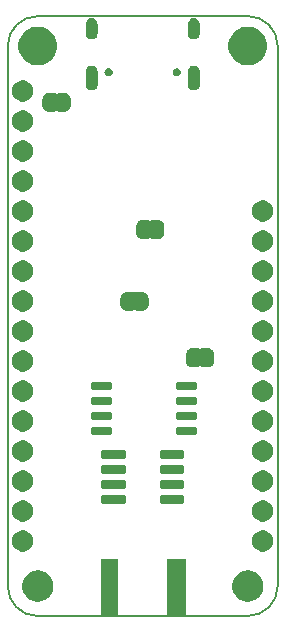
<source format=gbs>
G04 #@! TF.GenerationSoftware,KiCad,Pcbnew,(5.1.5)-2*
G04 #@! TF.CreationDate,2019-12-17T00:31:02+01:00*
G04 #@! TF.ProjectId,Penguino-Feather-4260-v1,50656e67-7569-46e6-9f2d-466561746865,1.1*
G04 #@! TF.SameCoordinates,Original*
G04 #@! TF.FileFunction,Soldermask,Bot*
G04 #@! TF.FilePolarity,Negative*
%FSLAX46Y46*%
G04 Gerber Fmt 4.6, Leading zero omitted, Abs format (unit mm)*
G04 Created by KiCad (PCBNEW (5.1.5)-2) date 2019-12-17 00:31:02*
%MOMM*%
%LPD*%
G04 APERTURE LIST*
%ADD10C,0.150000*%
%ADD11C,0.100000*%
G04 APERTURE END LIST*
D10*
X127000000Y-119380000D02*
G75*
G02X124460000Y-116840000I0J2540000D01*
G01*
X147320000Y-116840000D02*
G75*
G02X144780000Y-119380000I-2540000J0D01*
G01*
X144780000Y-68580000D02*
G75*
G02X147320000Y-71120000I0J-2540000D01*
G01*
X124460000Y-71120000D02*
G75*
G02X127000000Y-68580000I2540000J0D01*
G01*
X124460000Y-116840000D02*
X124460000Y-71120000D01*
X144780000Y-119380000D02*
X127000000Y-119380000D01*
X147320000Y-71120000D02*
X147320000Y-116840000D01*
X127000000Y-68580000D02*
X144780000Y-68580000D01*
D11*
G36*
X139516000Y-119391000D02*
G01*
X137914000Y-119391000D01*
X137914000Y-114589000D01*
X139516000Y-114589000D01*
X139516000Y-119391000D01*
G37*
G36*
X133791000Y-119391000D02*
G01*
X132339000Y-119391000D01*
X132339000Y-114589000D01*
X133791000Y-114589000D01*
X133791000Y-119391000D01*
G37*
G36*
X145037715Y-115544383D02*
G01*
X145165322Y-115569765D01*
X145306148Y-115628097D01*
X145405727Y-115669344D01*
X145405728Y-115669345D01*
X145622089Y-115813912D01*
X145806088Y-115997911D01*
X145902685Y-116142479D01*
X145950656Y-116214273D01*
X145991903Y-116313852D01*
X146050235Y-116454678D01*
X146101000Y-116709893D01*
X146101000Y-116970107D01*
X146050235Y-117225322D01*
X145991903Y-117366148D01*
X145950656Y-117465727D01*
X145950655Y-117465728D01*
X145806088Y-117682089D01*
X145622089Y-117866088D01*
X145477521Y-117962685D01*
X145405727Y-118010656D01*
X145306148Y-118051903D01*
X145165322Y-118110235D01*
X145037715Y-118135617D01*
X144910109Y-118161000D01*
X144649891Y-118161000D01*
X144522285Y-118135617D01*
X144394678Y-118110235D01*
X144253852Y-118051903D01*
X144154273Y-118010656D01*
X144082479Y-117962685D01*
X143937911Y-117866088D01*
X143753912Y-117682089D01*
X143609345Y-117465728D01*
X143609344Y-117465727D01*
X143568097Y-117366148D01*
X143509765Y-117225322D01*
X143459000Y-116970107D01*
X143459000Y-116709893D01*
X143509765Y-116454678D01*
X143568097Y-116313852D01*
X143609344Y-116214273D01*
X143657315Y-116142479D01*
X143753912Y-115997911D01*
X143937911Y-115813912D01*
X144154272Y-115669345D01*
X144154273Y-115669344D01*
X144253852Y-115628097D01*
X144394678Y-115569765D01*
X144522285Y-115544383D01*
X144649891Y-115519000D01*
X144910109Y-115519000D01*
X145037715Y-115544383D01*
G37*
G36*
X127257715Y-115544383D02*
G01*
X127385322Y-115569765D01*
X127526148Y-115628097D01*
X127625727Y-115669344D01*
X127625728Y-115669345D01*
X127842089Y-115813912D01*
X128026088Y-115997911D01*
X128122685Y-116142479D01*
X128170656Y-116214273D01*
X128211903Y-116313852D01*
X128270235Y-116454678D01*
X128321000Y-116709893D01*
X128321000Y-116970107D01*
X128270235Y-117225322D01*
X128211903Y-117366148D01*
X128170656Y-117465727D01*
X128170655Y-117465728D01*
X128026088Y-117682089D01*
X127842089Y-117866088D01*
X127697521Y-117962685D01*
X127625727Y-118010656D01*
X127526148Y-118051903D01*
X127385322Y-118110235D01*
X127257715Y-118135617D01*
X127130109Y-118161000D01*
X126869891Y-118161000D01*
X126742285Y-118135617D01*
X126614678Y-118110235D01*
X126473852Y-118051903D01*
X126374273Y-118010656D01*
X126302479Y-117962685D01*
X126157911Y-117866088D01*
X125973912Y-117682089D01*
X125829345Y-117465728D01*
X125829344Y-117465727D01*
X125788097Y-117366148D01*
X125729765Y-117225322D01*
X125679000Y-116970107D01*
X125679000Y-116709893D01*
X125729765Y-116454678D01*
X125788097Y-116313852D01*
X125829344Y-116214273D01*
X125877315Y-116142479D01*
X125973912Y-115997911D01*
X126157911Y-115813912D01*
X126374272Y-115669345D01*
X126374273Y-115669344D01*
X126473852Y-115628097D01*
X126614678Y-115569765D01*
X126742285Y-115544383D01*
X126869891Y-115519000D01*
X127130109Y-115519000D01*
X127257715Y-115544383D01*
G37*
G36*
X146163512Y-112133927D02*
G01*
X146312812Y-112163624D01*
X146476784Y-112231544D01*
X146624354Y-112330147D01*
X146749853Y-112455646D01*
X146848456Y-112603216D01*
X146916376Y-112767188D01*
X146951000Y-112941259D01*
X146951000Y-113118741D01*
X146916376Y-113292812D01*
X146848456Y-113456784D01*
X146749853Y-113604354D01*
X146624354Y-113729853D01*
X146476784Y-113828456D01*
X146312812Y-113896376D01*
X146163512Y-113926073D01*
X146138742Y-113931000D01*
X145961258Y-113931000D01*
X145936488Y-113926073D01*
X145787188Y-113896376D01*
X145623216Y-113828456D01*
X145475646Y-113729853D01*
X145350147Y-113604354D01*
X145251544Y-113456784D01*
X145183624Y-113292812D01*
X145149000Y-113118741D01*
X145149000Y-112941259D01*
X145183624Y-112767188D01*
X145251544Y-112603216D01*
X145350147Y-112455646D01*
X145475646Y-112330147D01*
X145623216Y-112231544D01*
X145787188Y-112163624D01*
X145936488Y-112133927D01*
X145961258Y-112129000D01*
X146138742Y-112129000D01*
X146163512Y-112133927D01*
G37*
G36*
X125843512Y-112133927D02*
G01*
X125992812Y-112163624D01*
X126156784Y-112231544D01*
X126304354Y-112330147D01*
X126429853Y-112455646D01*
X126528456Y-112603216D01*
X126596376Y-112767188D01*
X126631000Y-112941259D01*
X126631000Y-113118741D01*
X126596376Y-113292812D01*
X126528456Y-113456784D01*
X126429853Y-113604354D01*
X126304354Y-113729853D01*
X126156784Y-113828456D01*
X125992812Y-113896376D01*
X125843512Y-113926073D01*
X125818742Y-113931000D01*
X125641258Y-113931000D01*
X125616488Y-113926073D01*
X125467188Y-113896376D01*
X125303216Y-113828456D01*
X125155646Y-113729853D01*
X125030147Y-113604354D01*
X124931544Y-113456784D01*
X124863624Y-113292812D01*
X124829000Y-113118741D01*
X124829000Y-112941259D01*
X124863624Y-112767188D01*
X124931544Y-112603216D01*
X125030147Y-112455646D01*
X125155646Y-112330147D01*
X125303216Y-112231544D01*
X125467188Y-112163624D01*
X125616488Y-112133927D01*
X125641258Y-112129000D01*
X125818742Y-112129000D01*
X125843512Y-112133927D01*
G37*
G36*
X125843512Y-109593927D02*
G01*
X125992812Y-109623624D01*
X126156784Y-109691544D01*
X126304354Y-109790147D01*
X126429853Y-109915646D01*
X126528456Y-110063216D01*
X126596376Y-110227188D01*
X126631000Y-110401259D01*
X126631000Y-110578741D01*
X126596376Y-110752812D01*
X126528456Y-110916784D01*
X126429853Y-111064354D01*
X126304354Y-111189853D01*
X126156784Y-111288456D01*
X125992812Y-111356376D01*
X125843512Y-111386073D01*
X125818742Y-111391000D01*
X125641258Y-111391000D01*
X125616488Y-111386073D01*
X125467188Y-111356376D01*
X125303216Y-111288456D01*
X125155646Y-111189853D01*
X125030147Y-111064354D01*
X124931544Y-110916784D01*
X124863624Y-110752812D01*
X124829000Y-110578741D01*
X124829000Y-110401259D01*
X124863624Y-110227188D01*
X124931544Y-110063216D01*
X125030147Y-109915646D01*
X125155646Y-109790147D01*
X125303216Y-109691544D01*
X125467188Y-109623624D01*
X125616488Y-109593927D01*
X125641258Y-109589000D01*
X125818742Y-109589000D01*
X125843512Y-109593927D01*
G37*
G36*
X146163512Y-109593927D02*
G01*
X146312812Y-109623624D01*
X146476784Y-109691544D01*
X146624354Y-109790147D01*
X146749853Y-109915646D01*
X146848456Y-110063216D01*
X146916376Y-110227188D01*
X146951000Y-110401259D01*
X146951000Y-110578741D01*
X146916376Y-110752812D01*
X146848456Y-110916784D01*
X146749853Y-111064354D01*
X146624354Y-111189853D01*
X146476784Y-111288456D01*
X146312812Y-111356376D01*
X146163512Y-111386073D01*
X146138742Y-111391000D01*
X145961258Y-111391000D01*
X145936488Y-111386073D01*
X145787188Y-111356376D01*
X145623216Y-111288456D01*
X145475646Y-111189853D01*
X145350147Y-111064354D01*
X145251544Y-110916784D01*
X145183624Y-110752812D01*
X145149000Y-110578741D01*
X145149000Y-110401259D01*
X145183624Y-110227188D01*
X145251544Y-110063216D01*
X145350147Y-109915646D01*
X145475646Y-109790147D01*
X145623216Y-109691544D01*
X145787188Y-109623624D01*
X145936488Y-109593927D01*
X145961258Y-109589000D01*
X146138742Y-109589000D01*
X146163512Y-109593927D01*
G37*
G36*
X134349928Y-109156764D02*
G01*
X134371009Y-109163160D01*
X134390445Y-109173548D01*
X134407476Y-109187524D01*
X134421452Y-109204555D01*
X134431840Y-109223991D01*
X134438236Y-109245072D01*
X134441000Y-109273140D01*
X134441000Y-109736860D01*
X134438236Y-109764928D01*
X134431840Y-109786009D01*
X134421452Y-109805445D01*
X134407476Y-109822476D01*
X134390445Y-109836452D01*
X134371009Y-109846840D01*
X134349928Y-109853236D01*
X134321860Y-109856000D01*
X132508140Y-109856000D01*
X132480072Y-109853236D01*
X132458991Y-109846840D01*
X132439555Y-109836452D01*
X132422524Y-109822476D01*
X132408548Y-109805445D01*
X132398160Y-109786009D01*
X132391764Y-109764928D01*
X132389000Y-109736860D01*
X132389000Y-109273140D01*
X132391764Y-109245072D01*
X132398160Y-109223991D01*
X132408548Y-109204555D01*
X132422524Y-109187524D01*
X132439555Y-109173548D01*
X132458991Y-109163160D01*
X132480072Y-109156764D01*
X132508140Y-109154000D01*
X134321860Y-109154000D01*
X134349928Y-109156764D01*
G37*
G36*
X139299928Y-109156764D02*
G01*
X139321009Y-109163160D01*
X139340445Y-109173548D01*
X139357476Y-109187524D01*
X139371452Y-109204555D01*
X139381840Y-109223991D01*
X139388236Y-109245072D01*
X139391000Y-109273140D01*
X139391000Y-109736860D01*
X139388236Y-109764928D01*
X139381840Y-109786009D01*
X139371452Y-109805445D01*
X139357476Y-109822476D01*
X139340445Y-109836452D01*
X139321009Y-109846840D01*
X139299928Y-109853236D01*
X139271860Y-109856000D01*
X137458140Y-109856000D01*
X137430072Y-109853236D01*
X137408991Y-109846840D01*
X137389555Y-109836452D01*
X137372524Y-109822476D01*
X137358548Y-109805445D01*
X137348160Y-109786009D01*
X137341764Y-109764928D01*
X137339000Y-109736860D01*
X137339000Y-109273140D01*
X137341764Y-109245072D01*
X137348160Y-109223991D01*
X137358548Y-109204555D01*
X137372524Y-109187524D01*
X137389555Y-109173548D01*
X137408991Y-109163160D01*
X137430072Y-109156764D01*
X137458140Y-109154000D01*
X139271860Y-109154000D01*
X139299928Y-109156764D01*
G37*
G36*
X125843512Y-107053927D02*
G01*
X125992812Y-107083624D01*
X126156784Y-107151544D01*
X126304354Y-107250147D01*
X126429853Y-107375646D01*
X126528456Y-107523216D01*
X126596376Y-107687188D01*
X126631000Y-107861259D01*
X126631000Y-108038741D01*
X126596376Y-108212812D01*
X126528456Y-108376784D01*
X126429853Y-108524354D01*
X126304354Y-108649853D01*
X126156784Y-108748456D01*
X125992812Y-108816376D01*
X125843512Y-108846073D01*
X125818742Y-108851000D01*
X125641258Y-108851000D01*
X125616488Y-108846073D01*
X125467188Y-108816376D01*
X125303216Y-108748456D01*
X125155646Y-108649853D01*
X125030147Y-108524354D01*
X124931544Y-108376784D01*
X124863624Y-108212812D01*
X124829000Y-108038741D01*
X124829000Y-107861259D01*
X124863624Y-107687188D01*
X124931544Y-107523216D01*
X125030147Y-107375646D01*
X125155646Y-107250147D01*
X125303216Y-107151544D01*
X125467188Y-107083624D01*
X125616488Y-107053927D01*
X125641258Y-107049000D01*
X125818742Y-107049000D01*
X125843512Y-107053927D01*
G37*
G36*
X146163512Y-107053927D02*
G01*
X146312812Y-107083624D01*
X146476784Y-107151544D01*
X146624354Y-107250147D01*
X146749853Y-107375646D01*
X146848456Y-107523216D01*
X146916376Y-107687188D01*
X146951000Y-107861259D01*
X146951000Y-108038741D01*
X146916376Y-108212812D01*
X146848456Y-108376784D01*
X146749853Y-108524354D01*
X146624354Y-108649853D01*
X146476784Y-108748456D01*
X146312812Y-108816376D01*
X146163512Y-108846073D01*
X146138742Y-108851000D01*
X145961258Y-108851000D01*
X145936488Y-108846073D01*
X145787188Y-108816376D01*
X145623216Y-108748456D01*
X145475646Y-108649853D01*
X145350147Y-108524354D01*
X145251544Y-108376784D01*
X145183624Y-108212812D01*
X145149000Y-108038741D01*
X145149000Y-107861259D01*
X145183624Y-107687188D01*
X145251544Y-107523216D01*
X145350147Y-107375646D01*
X145475646Y-107250147D01*
X145623216Y-107151544D01*
X145787188Y-107083624D01*
X145936488Y-107053927D01*
X145961258Y-107049000D01*
X146138742Y-107049000D01*
X146163512Y-107053927D01*
G37*
G36*
X134349928Y-107886764D02*
G01*
X134371009Y-107893160D01*
X134390445Y-107903548D01*
X134407476Y-107917524D01*
X134421452Y-107934555D01*
X134431840Y-107953991D01*
X134438236Y-107975072D01*
X134441000Y-108003140D01*
X134441000Y-108466860D01*
X134438236Y-108494928D01*
X134431840Y-108516009D01*
X134421452Y-108535445D01*
X134407476Y-108552476D01*
X134390445Y-108566452D01*
X134371009Y-108576840D01*
X134349928Y-108583236D01*
X134321860Y-108586000D01*
X132508140Y-108586000D01*
X132480072Y-108583236D01*
X132458991Y-108576840D01*
X132439555Y-108566452D01*
X132422524Y-108552476D01*
X132408548Y-108535445D01*
X132398160Y-108516009D01*
X132391764Y-108494928D01*
X132389000Y-108466860D01*
X132389000Y-108003140D01*
X132391764Y-107975072D01*
X132398160Y-107953991D01*
X132408548Y-107934555D01*
X132422524Y-107917524D01*
X132439555Y-107903548D01*
X132458991Y-107893160D01*
X132480072Y-107886764D01*
X132508140Y-107884000D01*
X134321860Y-107884000D01*
X134349928Y-107886764D01*
G37*
G36*
X139299928Y-107886764D02*
G01*
X139321009Y-107893160D01*
X139340445Y-107903548D01*
X139357476Y-107917524D01*
X139371452Y-107934555D01*
X139381840Y-107953991D01*
X139388236Y-107975072D01*
X139391000Y-108003140D01*
X139391000Y-108466860D01*
X139388236Y-108494928D01*
X139381840Y-108516009D01*
X139371452Y-108535445D01*
X139357476Y-108552476D01*
X139340445Y-108566452D01*
X139321009Y-108576840D01*
X139299928Y-108583236D01*
X139271860Y-108586000D01*
X137458140Y-108586000D01*
X137430072Y-108583236D01*
X137408991Y-108576840D01*
X137389555Y-108566452D01*
X137372524Y-108552476D01*
X137358548Y-108535445D01*
X137348160Y-108516009D01*
X137341764Y-108494928D01*
X137339000Y-108466860D01*
X137339000Y-108003140D01*
X137341764Y-107975072D01*
X137348160Y-107953991D01*
X137358548Y-107934555D01*
X137372524Y-107917524D01*
X137389555Y-107903548D01*
X137408991Y-107893160D01*
X137430072Y-107886764D01*
X137458140Y-107884000D01*
X139271860Y-107884000D01*
X139299928Y-107886764D01*
G37*
G36*
X134349928Y-106616764D02*
G01*
X134371009Y-106623160D01*
X134390445Y-106633548D01*
X134407476Y-106647524D01*
X134421452Y-106664555D01*
X134431840Y-106683991D01*
X134438236Y-106705072D01*
X134441000Y-106733140D01*
X134441000Y-107196860D01*
X134438236Y-107224928D01*
X134431840Y-107246009D01*
X134421452Y-107265445D01*
X134407476Y-107282476D01*
X134390445Y-107296452D01*
X134371009Y-107306840D01*
X134349928Y-107313236D01*
X134321860Y-107316000D01*
X132508140Y-107316000D01*
X132480072Y-107313236D01*
X132458991Y-107306840D01*
X132439555Y-107296452D01*
X132422524Y-107282476D01*
X132408548Y-107265445D01*
X132398160Y-107246009D01*
X132391764Y-107224928D01*
X132389000Y-107196860D01*
X132389000Y-106733140D01*
X132391764Y-106705072D01*
X132398160Y-106683991D01*
X132408548Y-106664555D01*
X132422524Y-106647524D01*
X132439555Y-106633548D01*
X132458991Y-106623160D01*
X132480072Y-106616764D01*
X132508140Y-106614000D01*
X134321860Y-106614000D01*
X134349928Y-106616764D01*
G37*
G36*
X139299928Y-106616764D02*
G01*
X139321009Y-106623160D01*
X139340445Y-106633548D01*
X139357476Y-106647524D01*
X139371452Y-106664555D01*
X139381840Y-106683991D01*
X139388236Y-106705072D01*
X139391000Y-106733140D01*
X139391000Y-107196860D01*
X139388236Y-107224928D01*
X139381840Y-107246009D01*
X139371452Y-107265445D01*
X139357476Y-107282476D01*
X139340445Y-107296452D01*
X139321009Y-107306840D01*
X139299928Y-107313236D01*
X139271860Y-107316000D01*
X137458140Y-107316000D01*
X137430072Y-107313236D01*
X137408991Y-107306840D01*
X137389555Y-107296452D01*
X137372524Y-107282476D01*
X137358548Y-107265445D01*
X137348160Y-107246009D01*
X137341764Y-107224928D01*
X137339000Y-107196860D01*
X137339000Y-106733140D01*
X137341764Y-106705072D01*
X137348160Y-106683991D01*
X137358548Y-106664555D01*
X137372524Y-106647524D01*
X137389555Y-106633548D01*
X137408991Y-106623160D01*
X137430072Y-106616764D01*
X137458140Y-106614000D01*
X139271860Y-106614000D01*
X139299928Y-106616764D01*
G37*
G36*
X125843512Y-104513927D02*
G01*
X125992812Y-104543624D01*
X126156784Y-104611544D01*
X126304354Y-104710147D01*
X126429853Y-104835646D01*
X126528456Y-104983216D01*
X126596376Y-105147188D01*
X126631000Y-105321259D01*
X126631000Y-105498741D01*
X126596376Y-105672812D01*
X126528456Y-105836784D01*
X126429853Y-105984354D01*
X126304354Y-106109853D01*
X126156784Y-106208456D01*
X125992812Y-106276376D01*
X125843512Y-106306073D01*
X125818742Y-106311000D01*
X125641258Y-106311000D01*
X125616488Y-106306073D01*
X125467188Y-106276376D01*
X125303216Y-106208456D01*
X125155646Y-106109853D01*
X125030147Y-105984354D01*
X124931544Y-105836784D01*
X124863624Y-105672812D01*
X124829000Y-105498741D01*
X124829000Y-105321259D01*
X124863624Y-105147188D01*
X124931544Y-104983216D01*
X125030147Y-104835646D01*
X125155646Y-104710147D01*
X125303216Y-104611544D01*
X125467188Y-104543624D01*
X125616488Y-104513927D01*
X125641258Y-104509000D01*
X125818742Y-104509000D01*
X125843512Y-104513927D01*
G37*
G36*
X146163512Y-104513927D02*
G01*
X146312812Y-104543624D01*
X146476784Y-104611544D01*
X146624354Y-104710147D01*
X146749853Y-104835646D01*
X146848456Y-104983216D01*
X146916376Y-105147188D01*
X146951000Y-105321259D01*
X146951000Y-105498741D01*
X146916376Y-105672812D01*
X146848456Y-105836784D01*
X146749853Y-105984354D01*
X146624354Y-106109853D01*
X146476784Y-106208456D01*
X146312812Y-106276376D01*
X146163512Y-106306073D01*
X146138742Y-106311000D01*
X145961258Y-106311000D01*
X145936488Y-106306073D01*
X145787188Y-106276376D01*
X145623216Y-106208456D01*
X145475646Y-106109853D01*
X145350147Y-105984354D01*
X145251544Y-105836784D01*
X145183624Y-105672812D01*
X145149000Y-105498741D01*
X145149000Y-105321259D01*
X145183624Y-105147188D01*
X145251544Y-104983216D01*
X145350147Y-104835646D01*
X145475646Y-104710147D01*
X145623216Y-104611544D01*
X145787188Y-104543624D01*
X145936488Y-104513927D01*
X145961258Y-104509000D01*
X146138742Y-104509000D01*
X146163512Y-104513927D01*
G37*
G36*
X139299928Y-105346764D02*
G01*
X139321009Y-105353160D01*
X139340445Y-105363548D01*
X139357476Y-105377524D01*
X139371452Y-105394555D01*
X139381840Y-105413991D01*
X139388236Y-105435072D01*
X139391000Y-105463140D01*
X139391000Y-105926860D01*
X139388236Y-105954928D01*
X139381840Y-105976009D01*
X139371452Y-105995445D01*
X139357476Y-106012476D01*
X139340445Y-106026452D01*
X139321009Y-106036840D01*
X139299928Y-106043236D01*
X139271860Y-106046000D01*
X137458140Y-106046000D01*
X137430072Y-106043236D01*
X137408991Y-106036840D01*
X137389555Y-106026452D01*
X137372524Y-106012476D01*
X137358548Y-105995445D01*
X137348160Y-105976009D01*
X137341764Y-105954928D01*
X137339000Y-105926860D01*
X137339000Y-105463140D01*
X137341764Y-105435072D01*
X137348160Y-105413991D01*
X137358548Y-105394555D01*
X137372524Y-105377524D01*
X137389555Y-105363548D01*
X137408991Y-105353160D01*
X137430072Y-105346764D01*
X137458140Y-105344000D01*
X139271860Y-105344000D01*
X139299928Y-105346764D01*
G37*
G36*
X134349928Y-105346764D02*
G01*
X134371009Y-105353160D01*
X134390445Y-105363548D01*
X134407476Y-105377524D01*
X134421452Y-105394555D01*
X134431840Y-105413991D01*
X134438236Y-105435072D01*
X134441000Y-105463140D01*
X134441000Y-105926860D01*
X134438236Y-105954928D01*
X134431840Y-105976009D01*
X134421452Y-105995445D01*
X134407476Y-106012476D01*
X134390445Y-106026452D01*
X134371009Y-106036840D01*
X134349928Y-106043236D01*
X134321860Y-106046000D01*
X132508140Y-106046000D01*
X132480072Y-106043236D01*
X132458991Y-106036840D01*
X132439555Y-106026452D01*
X132422524Y-106012476D01*
X132408548Y-105995445D01*
X132398160Y-105976009D01*
X132391764Y-105954928D01*
X132389000Y-105926860D01*
X132389000Y-105463140D01*
X132391764Y-105435072D01*
X132398160Y-105413991D01*
X132408548Y-105394555D01*
X132422524Y-105377524D01*
X132439555Y-105363548D01*
X132458991Y-105353160D01*
X132480072Y-105346764D01*
X132508140Y-105344000D01*
X134321860Y-105344000D01*
X134349928Y-105346764D01*
G37*
G36*
X140359928Y-103356764D02*
G01*
X140381009Y-103363160D01*
X140400445Y-103373548D01*
X140417476Y-103387524D01*
X140431452Y-103404555D01*
X140441840Y-103423991D01*
X140448236Y-103445072D01*
X140451000Y-103473140D01*
X140451000Y-103936860D01*
X140448236Y-103964928D01*
X140441840Y-103986009D01*
X140431452Y-104005445D01*
X140417476Y-104022476D01*
X140400445Y-104036452D01*
X140381009Y-104046840D01*
X140359928Y-104053236D01*
X140331860Y-104056000D01*
X138868140Y-104056000D01*
X138840072Y-104053236D01*
X138818991Y-104046840D01*
X138799555Y-104036452D01*
X138782524Y-104022476D01*
X138768548Y-104005445D01*
X138758160Y-103986009D01*
X138751764Y-103964928D01*
X138749000Y-103936860D01*
X138749000Y-103473140D01*
X138751764Y-103445072D01*
X138758160Y-103423991D01*
X138768548Y-103404555D01*
X138782524Y-103387524D01*
X138799555Y-103373548D01*
X138818991Y-103363160D01*
X138840072Y-103356764D01*
X138868140Y-103354000D01*
X140331860Y-103354000D01*
X140359928Y-103356764D01*
G37*
G36*
X133159928Y-103356764D02*
G01*
X133181009Y-103363160D01*
X133200445Y-103373548D01*
X133217476Y-103387524D01*
X133231452Y-103404555D01*
X133241840Y-103423991D01*
X133248236Y-103445072D01*
X133251000Y-103473140D01*
X133251000Y-103936860D01*
X133248236Y-103964928D01*
X133241840Y-103986009D01*
X133231452Y-104005445D01*
X133217476Y-104022476D01*
X133200445Y-104036452D01*
X133181009Y-104046840D01*
X133159928Y-104053236D01*
X133131860Y-104056000D01*
X131668140Y-104056000D01*
X131640072Y-104053236D01*
X131618991Y-104046840D01*
X131599555Y-104036452D01*
X131582524Y-104022476D01*
X131568548Y-104005445D01*
X131558160Y-103986009D01*
X131551764Y-103964928D01*
X131549000Y-103936860D01*
X131549000Y-103473140D01*
X131551764Y-103445072D01*
X131558160Y-103423991D01*
X131568548Y-103404555D01*
X131582524Y-103387524D01*
X131599555Y-103373548D01*
X131618991Y-103363160D01*
X131640072Y-103356764D01*
X131668140Y-103354000D01*
X133131860Y-103354000D01*
X133159928Y-103356764D01*
G37*
G36*
X125843512Y-101973927D02*
G01*
X125992812Y-102003624D01*
X126156784Y-102071544D01*
X126304354Y-102170147D01*
X126429853Y-102295646D01*
X126528456Y-102443216D01*
X126596376Y-102607188D01*
X126631000Y-102781259D01*
X126631000Y-102958741D01*
X126596376Y-103132812D01*
X126528456Y-103296784D01*
X126429853Y-103444354D01*
X126304354Y-103569853D01*
X126156784Y-103668456D01*
X125992812Y-103736376D01*
X125843512Y-103766073D01*
X125818742Y-103771000D01*
X125641258Y-103771000D01*
X125616488Y-103766073D01*
X125467188Y-103736376D01*
X125303216Y-103668456D01*
X125155646Y-103569853D01*
X125030147Y-103444354D01*
X124931544Y-103296784D01*
X124863624Y-103132812D01*
X124829000Y-102958741D01*
X124829000Y-102781259D01*
X124863624Y-102607188D01*
X124931544Y-102443216D01*
X125030147Y-102295646D01*
X125155646Y-102170147D01*
X125303216Y-102071544D01*
X125467188Y-102003624D01*
X125616488Y-101973927D01*
X125641258Y-101969000D01*
X125818742Y-101969000D01*
X125843512Y-101973927D01*
G37*
G36*
X146163512Y-101973927D02*
G01*
X146312812Y-102003624D01*
X146476784Y-102071544D01*
X146624354Y-102170147D01*
X146749853Y-102295646D01*
X146848456Y-102443216D01*
X146916376Y-102607188D01*
X146951000Y-102781259D01*
X146951000Y-102958741D01*
X146916376Y-103132812D01*
X146848456Y-103296784D01*
X146749853Y-103444354D01*
X146624354Y-103569853D01*
X146476784Y-103668456D01*
X146312812Y-103736376D01*
X146163512Y-103766073D01*
X146138742Y-103771000D01*
X145961258Y-103771000D01*
X145936488Y-103766073D01*
X145787188Y-103736376D01*
X145623216Y-103668456D01*
X145475646Y-103569853D01*
X145350147Y-103444354D01*
X145251544Y-103296784D01*
X145183624Y-103132812D01*
X145149000Y-102958741D01*
X145149000Y-102781259D01*
X145183624Y-102607188D01*
X145251544Y-102443216D01*
X145350147Y-102295646D01*
X145475646Y-102170147D01*
X145623216Y-102071544D01*
X145787188Y-102003624D01*
X145936488Y-101973927D01*
X145961258Y-101969000D01*
X146138742Y-101969000D01*
X146163512Y-101973927D01*
G37*
G36*
X133159928Y-102086764D02*
G01*
X133181009Y-102093160D01*
X133200445Y-102103548D01*
X133217476Y-102117524D01*
X133231452Y-102134555D01*
X133241840Y-102153991D01*
X133248236Y-102175072D01*
X133251000Y-102203140D01*
X133251000Y-102666860D01*
X133248236Y-102694928D01*
X133241840Y-102716009D01*
X133231452Y-102735445D01*
X133217476Y-102752476D01*
X133200445Y-102766452D01*
X133181009Y-102776840D01*
X133159928Y-102783236D01*
X133131860Y-102786000D01*
X131668140Y-102786000D01*
X131640072Y-102783236D01*
X131618991Y-102776840D01*
X131599555Y-102766452D01*
X131582524Y-102752476D01*
X131568548Y-102735445D01*
X131558160Y-102716009D01*
X131551764Y-102694928D01*
X131549000Y-102666860D01*
X131549000Y-102203140D01*
X131551764Y-102175072D01*
X131558160Y-102153991D01*
X131568548Y-102134555D01*
X131582524Y-102117524D01*
X131599555Y-102103548D01*
X131618991Y-102093160D01*
X131640072Y-102086764D01*
X131668140Y-102084000D01*
X133131860Y-102084000D01*
X133159928Y-102086764D01*
G37*
G36*
X140359928Y-102086764D02*
G01*
X140381009Y-102093160D01*
X140400445Y-102103548D01*
X140417476Y-102117524D01*
X140431452Y-102134555D01*
X140441840Y-102153991D01*
X140448236Y-102175072D01*
X140451000Y-102203140D01*
X140451000Y-102666860D01*
X140448236Y-102694928D01*
X140441840Y-102716009D01*
X140431452Y-102735445D01*
X140417476Y-102752476D01*
X140400445Y-102766452D01*
X140381009Y-102776840D01*
X140359928Y-102783236D01*
X140331860Y-102786000D01*
X138868140Y-102786000D01*
X138840072Y-102783236D01*
X138818991Y-102776840D01*
X138799555Y-102766452D01*
X138782524Y-102752476D01*
X138768548Y-102735445D01*
X138758160Y-102716009D01*
X138751764Y-102694928D01*
X138749000Y-102666860D01*
X138749000Y-102203140D01*
X138751764Y-102175072D01*
X138758160Y-102153991D01*
X138768548Y-102134555D01*
X138782524Y-102117524D01*
X138799555Y-102103548D01*
X138818991Y-102093160D01*
X138840072Y-102086764D01*
X138868140Y-102084000D01*
X140331860Y-102084000D01*
X140359928Y-102086764D01*
G37*
G36*
X140359928Y-100816764D02*
G01*
X140381009Y-100823160D01*
X140400445Y-100833548D01*
X140417476Y-100847524D01*
X140431452Y-100864555D01*
X140441840Y-100883991D01*
X140448236Y-100905072D01*
X140451000Y-100933140D01*
X140451000Y-101396860D01*
X140448236Y-101424928D01*
X140441840Y-101446009D01*
X140431452Y-101465445D01*
X140417476Y-101482476D01*
X140400445Y-101496452D01*
X140381009Y-101506840D01*
X140359928Y-101513236D01*
X140331860Y-101516000D01*
X138868140Y-101516000D01*
X138840072Y-101513236D01*
X138818991Y-101506840D01*
X138799555Y-101496452D01*
X138782524Y-101482476D01*
X138768548Y-101465445D01*
X138758160Y-101446009D01*
X138751764Y-101424928D01*
X138749000Y-101396860D01*
X138749000Y-100933140D01*
X138751764Y-100905072D01*
X138758160Y-100883991D01*
X138768548Y-100864555D01*
X138782524Y-100847524D01*
X138799555Y-100833548D01*
X138818991Y-100823160D01*
X138840072Y-100816764D01*
X138868140Y-100814000D01*
X140331860Y-100814000D01*
X140359928Y-100816764D01*
G37*
G36*
X133159928Y-100816764D02*
G01*
X133181009Y-100823160D01*
X133200445Y-100833548D01*
X133217476Y-100847524D01*
X133231452Y-100864555D01*
X133241840Y-100883991D01*
X133248236Y-100905072D01*
X133251000Y-100933140D01*
X133251000Y-101396860D01*
X133248236Y-101424928D01*
X133241840Y-101446009D01*
X133231452Y-101465445D01*
X133217476Y-101482476D01*
X133200445Y-101496452D01*
X133181009Y-101506840D01*
X133159928Y-101513236D01*
X133131860Y-101516000D01*
X131668140Y-101516000D01*
X131640072Y-101513236D01*
X131618991Y-101506840D01*
X131599555Y-101496452D01*
X131582524Y-101482476D01*
X131568548Y-101465445D01*
X131558160Y-101446009D01*
X131551764Y-101424928D01*
X131549000Y-101396860D01*
X131549000Y-100933140D01*
X131551764Y-100905072D01*
X131558160Y-100883991D01*
X131568548Y-100864555D01*
X131582524Y-100847524D01*
X131599555Y-100833548D01*
X131618991Y-100823160D01*
X131640072Y-100816764D01*
X131668140Y-100814000D01*
X133131860Y-100814000D01*
X133159928Y-100816764D01*
G37*
G36*
X125843512Y-99433927D02*
G01*
X125992812Y-99463624D01*
X126156784Y-99531544D01*
X126304354Y-99630147D01*
X126429853Y-99755646D01*
X126528456Y-99903216D01*
X126596376Y-100067188D01*
X126631000Y-100241259D01*
X126631000Y-100418741D01*
X126596376Y-100592812D01*
X126528456Y-100756784D01*
X126429853Y-100904354D01*
X126304354Y-101029853D01*
X126156784Y-101128456D01*
X125992812Y-101196376D01*
X125843512Y-101226073D01*
X125818742Y-101231000D01*
X125641258Y-101231000D01*
X125616488Y-101226073D01*
X125467188Y-101196376D01*
X125303216Y-101128456D01*
X125155646Y-101029853D01*
X125030147Y-100904354D01*
X124931544Y-100756784D01*
X124863624Y-100592812D01*
X124829000Y-100418741D01*
X124829000Y-100241259D01*
X124863624Y-100067188D01*
X124931544Y-99903216D01*
X125030147Y-99755646D01*
X125155646Y-99630147D01*
X125303216Y-99531544D01*
X125467188Y-99463624D01*
X125616488Y-99433927D01*
X125641258Y-99429000D01*
X125818742Y-99429000D01*
X125843512Y-99433927D01*
G37*
G36*
X146163512Y-99433927D02*
G01*
X146312812Y-99463624D01*
X146476784Y-99531544D01*
X146624354Y-99630147D01*
X146749853Y-99755646D01*
X146848456Y-99903216D01*
X146916376Y-100067188D01*
X146951000Y-100241259D01*
X146951000Y-100418741D01*
X146916376Y-100592812D01*
X146848456Y-100756784D01*
X146749853Y-100904354D01*
X146624354Y-101029853D01*
X146476784Y-101128456D01*
X146312812Y-101196376D01*
X146163512Y-101226073D01*
X146138742Y-101231000D01*
X145961258Y-101231000D01*
X145936488Y-101226073D01*
X145787188Y-101196376D01*
X145623216Y-101128456D01*
X145475646Y-101029853D01*
X145350147Y-100904354D01*
X145251544Y-100756784D01*
X145183624Y-100592812D01*
X145149000Y-100418741D01*
X145149000Y-100241259D01*
X145183624Y-100067188D01*
X145251544Y-99903216D01*
X145350147Y-99755646D01*
X145475646Y-99630147D01*
X145623216Y-99531544D01*
X145787188Y-99463624D01*
X145936488Y-99433927D01*
X145961258Y-99429000D01*
X146138742Y-99429000D01*
X146163512Y-99433927D01*
G37*
G36*
X140359928Y-99546764D02*
G01*
X140381009Y-99553160D01*
X140400445Y-99563548D01*
X140417476Y-99577524D01*
X140431452Y-99594555D01*
X140441840Y-99613991D01*
X140448236Y-99635072D01*
X140451000Y-99663140D01*
X140451000Y-100126860D01*
X140448236Y-100154928D01*
X140441840Y-100176009D01*
X140431452Y-100195445D01*
X140417476Y-100212476D01*
X140400445Y-100226452D01*
X140381009Y-100236840D01*
X140359928Y-100243236D01*
X140331860Y-100246000D01*
X138868140Y-100246000D01*
X138840072Y-100243236D01*
X138818991Y-100236840D01*
X138799555Y-100226452D01*
X138782524Y-100212476D01*
X138768548Y-100195445D01*
X138758160Y-100176009D01*
X138751764Y-100154928D01*
X138749000Y-100126860D01*
X138749000Y-99663140D01*
X138751764Y-99635072D01*
X138758160Y-99613991D01*
X138768548Y-99594555D01*
X138782524Y-99577524D01*
X138799555Y-99563548D01*
X138818991Y-99553160D01*
X138840072Y-99546764D01*
X138868140Y-99544000D01*
X140331860Y-99544000D01*
X140359928Y-99546764D01*
G37*
G36*
X133159928Y-99546764D02*
G01*
X133181009Y-99553160D01*
X133200445Y-99563548D01*
X133217476Y-99577524D01*
X133231452Y-99594555D01*
X133241840Y-99613991D01*
X133248236Y-99635072D01*
X133251000Y-99663140D01*
X133251000Y-100126860D01*
X133248236Y-100154928D01*
X133241840Y-100176009D01*
X133231452Y-100195445D01*
X133217476Y-100212476D01*
X133200445Y-100226452D01*
X133181009Y-100236840D01*
X133159928Y-100243236D01*
X133131860Y-100246000D01*
X131668140Y-100246000D01*
X131640072Y-100243236D01*
X131618991Y-100236840D01*
X131599555Y-100226452D01*
X131582524Y-100212476D01*
X131568548Y-100195445D01*
X131558160Y-100176009D01*
X131551764Y-100154928D01*
X131549000Y-100126860D01*
X131549000Y-99663140D01*
X131551764Y-99635072D01*
X131558160Y-99613991D01*
X131568548Y-99594555D01*
X131582524Y-99577524D01*
X131599555Y-99563548D01*
X131618991Y-99553160D01*
X131640072Y-99546764D01*
X131668140Y-99544000D01*
X133131860Y-99544000D01*
X133159928Y-99546764D01*
G37*
G36*
X125832798Y-96891796D02*
G01*
X125992812Y-96923624D01*
X126156784Y-96991544D01*
X126304354Y-97090147D01*
X126429853Y-97215646D01*
X126528456Y-97363216D01*
X126596376Y-97527188D01*
X126631000Y-97701259D01*
X126631000Y-97878741D01*
X126596376Y-98052812D01*
X126528456Y-98216784D01*
X126429853Y-98364354D01*
X126304354Y-98489853D01*
X126156784Y-98588456D01*
X125992812Y-98656376D01*
X125843512Y-98686073D01*
X125818742Y-98691000D01*
X125641258Y-98691000D01*
X125616488Y-98686073D01*
X125467188Y-98656376D01*
X125303216Y-98588456D01*
X125155646Y-98489853D01*
X125030147Y-98364354D01*
X124931544Y-98216784D01*
X124863624Y-98052812D01*
X124829000Y-97878741D01*
X124829000Y-97701259D01*
X124863624Y-97527188D01*
X124931544Y-97363216D01*
X125030147Y-97215646D01*
X125155646Y-97090147D01*
X125303216Y-96991544D01*
X125467188Y-96923624D01*
X125627202Y-96891796D01*
X125641258Y-96889000D01*
X125818742Y-96889000D01*
X125832798Y-96891796D01*
G37*
G36*
X146152798Y-96891796D02*
G01*
X146312812Y-96923624D01*
X146476784Y-96991544D01*
X146624354Y-97090147D01*
X146749853Y-97215646D01*
X146848456Y-97363216D01*
X146916376Y-97527188D01*
X146951000Y-97701259D01*
X146951000Y-97878741D01*
X146916376Y-98052812D01*
X146848456Y-98216784D01*
X146749853Y-98364354D01*
X146624354Y-98489853D01*
X146476784Y-98588456D01*
X146312812Y-98656376D01*
X146163512Y-98686073D01*
X146138742Y-98691000D01*
X145961258Y-98691000D01*
X145936488Y-98686073D01*
X145787188Y-98656376D01*
X145623216Y-98588456D01*
X145475646Y-98489853D01*
X145350147Y-98364354D01*
X145251544Y-98216784D01*
X145183624Y-98052812D01*
X145149000Y-97878741D01*
X145149000Y-97701259D01*
X145183624Y-97527188D01*
X145251544Y-97363216D01*
X145350147Y-97215646D01*
X145475646Y-97090147D01*
X145623216Y-96991544D01*
X145787188Y-96923624D01*
X145947202Y-96891796D01*
X145961258Y-96889000D01*
X146138742Y-96889000D01*
X146152798Y-96891796D01*
G37*
G36*
X140609999Y-96699737D02*
G01*
X140619608Y-96702652D01*
X140628472Y-96707390D01*
X140636237Y-96713763D01*
X140646448Y-96726206D01*
X140653378Y-96736575D01*
X140670705Y-96753902D01*
X140691080Y-96767515D01*
X140713720Y-96776891D01*
X140737753Y-96781671D01*
X140762257Y-96781670D01*
X140786290Y-96776888D01*
X140808929Y-96767510D01*
X140829302Y-96753895D01*
X140846629Y-96736568D01*
X140853558Y-96726198D01*
X140863763Y-96713763D01*
X140871528Y-96707390D01*
X140880392Y-96702652D01*
X140890001Y-96699737D01*
X140906140Y-96698148D01*
X141393861Y-96698148D01*
X141412199Y-96699954D01*
X141424450Y-96700556D01*
X141442869Y-96700556D01*
X141465149Y-96702750D01*
X141549233Y-96719476D01*
X141570660Y-96725976D01*
X141649858Y-96758780D01*
X141655303Y-96761691D01*
X141655309Y-96761693D01*
X141664169Y-96766429D01*
X141664173Y-96766432D01*
X141669614Y-96769340D01*
X141740899Y-96816971D01*
X141758204Y-96831172D01*
X141818828Y-96891796D01*
X141833029Y-96909101D01*
X141880660Y-96980386D01*
X141883568Y-96985827D01*
X141883571Y-96985831D01*
X141888307Y-96994691D01*
X141888309Y-96994697D01*
X141891220Y-97000142D01*
X141924024Y-97079340D01*
X141930524Y-97100767D01*
X141947250Y-97184851D01*
X141949444Y-97207131D01*
X141949444Y-97225550D01*
X141950046Y-97237801D01*
X141951852Y-97256139D01*
X141951852Y-97743862D01*
X141950046Y-97762199D01*
X141949444Y-97774450D01*
X141949444Y-97792869D01*
X141947250Y-97815149D01*
X141930524Y-97899233D01*
X141924024Y-97920660D01*
X141891220Y-97999858D01*
X141888309Y-98005303D01*
X141888307Y-98005309D01*
X141883571Y-98014169D01*
X141883568Y-98014173D01*
X141880660Y-98019614D01*
X141833029Y-98090899D01*
X141818828Y-98108204D01*
X141758204Y-98168828D01*
X141740899Y-98183029D01*
X141669614Y-98230660D01*
X141664173Y-98233568D01*
X141664169Y-98233571D01*
X141655309Y-98238307D01*
X141655303Y-98238309D01*
X141649858Y-98241220D01*
X141570660Y-98274024D01*
X141549233Y-98280524D01*
X141465149Y-98297250D01*
X141442869Y-98299444D01*
X141424450Y-98299444D01*
X141412199Y-98300046D01*
X141393862Y-98301852D01*
X140906140Y-98301852D01*
X140890001Y-98300263D01*
X140880392Y-98297348D01*
X140871528Y-98292610D01*
X140863763Y-98286237D01*
X140853552Y-98273794D01*
X140846622Y-98263425D01*
X140829295Y-98246098D01*
X140808920Y-98232485D01*
X140786280Y-98223109D01*
X140762247Y-98218329D01*
X140737743Y-98218330D01*
X140713710Y-98223112D01*
X140691071Y-98232490D01*
X140670698Y-98246105D01*
X140653371Y-98263432D01*
X140646442Y-98273802D01*
X140636237Y-98286237D01*
X140628472Y-98292610D01*
X140619608Y-98297348D01*
X140609999Y-98300263D01*
X140593860Y-98301852D01*
X140106138Y-98301852D01*
X140087801Y-98300046D01*
X140075550Y-98299444D01*
X140057131Y-98299444D01*
X140034851Y-98297250D01*
X139950767Y-98280524D01*
X139929340Y-98274024D01*
X139850142Y-98241220D01*
X139844697Y-98238309D01*
X139844691Y-98238307D01*
X139835831Y-98233571D01*
X139835827Y-98233568D01*
X139830386Y-98230660D01*
X139759101Y-98183029D01*
X139741796Y-98168828D01*
X139681172Y-98108204D01*
X139666971Y-98090899D01*
X139619340Y-98019614D01*
X139616432Y-98014173D01*
X139616429Y-98014169D01*
X139611693Y-98005309D01*
X139611691Y-98005303D01*
X139608780Y-97999858D01*
X139575976Y-97920660D01*
X139569476Y-97899233D01*
X139552750Y-97815149D01*
X139550556Y-97792869D01*
X139550556Y-97774450D01*
X139549954Y-97762199D01*
X139548148Y-97743862D01*
X139548148Y-97256139D01*
X139549954Y-97237801D01*
X139550556Y-97225550D01*
X139550556Y-97207131D01*
X139552750Y-97184851D01*
X139569476Y-97100767D01*
X139575976Y-97079340D01*
X139608780Y-97000142D01*
X139611691Y-96994697D01*
X139611693Y-96994691D01*
X139616429Y-96985831D01*
X139616432Y-96985827D01*
X139619340Y-96980386D01*
X139666971Y-96909101D01*
X139681172Y-96891796D01*
X139741796Y-96831172D01*
X139759101Y-96816971D01*
X139830386Y-96769340D01*
X139835827Y-96766432D01*
X139835831Y-96766429D01*
X139844691Y-96761693D01*
X139844697Y-96761691D01*
X139850142Y-96758780D01*
X139929340Y-96725976D01*
X139950767Y-96719476D01*
X140034851Y-96702750D01*
X140057131Y-96700556D01*
X140075550Y-96700556D01*
X140087801Y-96699954D01*
X140106139Y-96698148D01*
X140593860Y-96698148D01*
X140609999Y-96699737D01*
G37*
G36*
X146163512Y-94353927D02*
G01*
X146312812Y-94383624D01*
X146476784Y-94451544D01*
X146624354Y-94550147D01*
X146749853Y-94675646D01*
X146848456Y-94823216D01*
X146916376Y-94987188D01*
X146951000Y-95161259D01*
X146951000Y-95338741D01*
X146916376Y-95512812D01*
X146848456Y-95676784D01*
X146749853Y-95824354D01*
X146624354Y-95949853D01*
X146476784Y-96048456D01*
X146312812Y-96116376D01*
X146163512Y-96146073D01*
X146138742Y-96151000D01*
X145961258Y-96151000D01*
X145936488Y-96146073D01*
X145787188Y-96116376D01*
X145623216Y-96048456D01*
X145475646Y-95949853D01*
X145350147Y-95824354D01*
X145251544Y-95676784D01*
X145183624Y-95512812D01*
X145149000Y-95338741D01*
X145149000Y-95161259D01*
X145183624Y-94987188D01*
X145251544Y-94823216D01*
X145350147Y-94675646D01*
X145475646Y-94550147D01*
X145623216Y-94451544D01*
X145787188Y-94383624D01*
X145936488Y-94353927D01*
X145961258Y-94349000D01*
X146138742Y-94349000D01*
X146163512Y-94353927D01*
G37*
G36*
X125843512Y-94353927D02*
G01*
X125992812Y-94383624D01*
X126156784Y-94451544D01*
X126304354Y-94550147D01*
X126429853Y-94675646D01*
X126528456Y-94823216D01*
X126596376Y-94987188D01*
X126631000Y-95161259D01*
X126631000Y-95338741D01*
X126596376Y-95512812D01*
X126528456Y-95676784D01*
X126429853Y-95824354D01*
X126304354Y-95949853D01*
X126156784Y-96048456D01*
X125992812Y-96116376D01*
X125843512Y-96146073D01*
X125818742Y-96151000D01*
X125641258Y-96151000D01*
X125616488Y-96146073D01*
X125467188Y-96116376D01*
X125303216Y-96048456D01*
X125155646Y-95949853D01*
X125030147Y-95824354D01*
X124931544Y-95676784D01*
X124863624Y-95512812D01*
X124829000Y-95338741D01*
X124829000Y-95161259D01*
X124863624Y-94987188D01*
X124931544Y-94823216D01*
X125030147Y-94675646D01*
X125155646Y-94550147D01*
X125303216Y-94451544D01*
X125467188Y-94383624D01*
X125616488Y-94353927D01*
X125641258Y-94349000D01*
X125818742Y-94349000D01*
X125843512Y-94353927D01*
G37*
G36*
X125843512Y-91813927D02*
G01*
X125992812Y-91843624D01*
X126156784Y-91911544D01*
X126304354Y-92010147D01*
X126429853Y-92135646D01*
X126528456Y-92283216D01*
X126596376Y-92447188D01*
X126631000Y-92621259D01*
X126631000Y-92798741D01*
X126596376Y-92972812D01*
X126528456Y-93136784D01*
X126429853Y-93284354D01*
X126304354Y-93409853D01*
X126156784Y-93508456D01*
X125992812Y-93576376D01*
X125843512Y-93606073D01*
X125818742Y-93611000D01*
X125641258Y-93611000D01*
X125616488Y-93606073D01*
X125467188Y-93576376D01*
X125303216Y-93508456D01*
X125155646Y-93409853D01*
X125030147Y-93284354D01*
X124931544Y-93136784D01*
X124863624Y-92972812D01*
X124829000Y-92798741D01*
X124829000Y-92621259D01*
X124863624Y-92447188D01*
X124931544Y-92283216D01*
X125030147Y-92135646D01*
X125155646Y-92010147D01*
X125303216Y-91911544D01*
X125467188Y-91843624D01*
X125616488Y-91813927D01*
X125641258Y-91809000D01*
X125818742Y-91809000D01*
X125843512Y-91813927D01*
G37*
G36*
X146163512Y-91813927D02*
G01*
X146312812Y-91843624D01*
X146476784Y-91911544D01*
X146624354Y-92010147D01*
X146749853Y-92135646D01*
X146848456Y-92283216D01*
X146916376Y-92447188D01*
X146951000Y-92621259D01*
X146951000Y-92798741D01*
X146916376Y-92972812D01*
X146848456Y-93136784D01*
X146749853Y-93284354D01*
X146624354Y-93409853D01*
X146476784Y-93508456D01*
X146312812Y-93576376D01*
X146163512Y-93606073D01*
X146138742Y-93611000D01*
X145961258Y-93611000D01*
X145936488Y-93606073D01*
X145787188Y-93576376D01*
X145623216Y-93508456D01*
X145475646Y-93409853D01*
X145350147Y-93284354D01*
X145251544Y-93136784D01*
X145183624Y-92972812D01*
X145149000Y-92798741D01*
X145149000Y-92621259D01*
X145183624Y-92447188D01*
X145251544Y-92283216D01*
X145350147Y-92135646D01*
X145475646Y-92010147D01*
X145623216Y-91911544D01*
X145787188Y-91843624D01*
X145936488Y-91813927D01*
X145961258Y-91809000D01*
X146138742Y-91809000D01*
X146163512Y-91813927D01*
G37*
G36*
X135059999Y-91929737D02*
G01*
X135069608Y-91932652D01*
X135078472Y-91937390D01*
X135086237Y-91943763D01*
X135096448Y-91956206D01*
X135103378Y-91966575D01*
X135120705Y-91983902D01*
X135141080Y-91997515D01*
X135163720Y-92006891D01*
X135187753Y-92011671D01*
X135212257Y-92011670D01*
X135236290Y-92006888D01*
X135258929Y-91997510D01*
X135279302Y-91983895D01*
X135296629Y-91966568D01*
X135303558Y-91956198D01*
X135313763Y-91943763D01*
X135321528Y-91937390D01*
X135330392Y-91932652D01*
X135340001Y-91929737D01*
X135356140Y-91928148D01*
X135843861Y-91928148D01*
X135862199Y-91929954D01*
X135874450Y-91930556D01*
X135892869Y-91930556D01*
X135915149Y-91932750D01*
X135999233Y-91949476D01*
X136020660Y-91955976D01*
X136099858Y-91988780D01*
X136105303Y-91991691D01*
X136105309Y-91991693D01*
X136114169Y-91996429D01*
X136114173Y-91996432D01*
X136119614Y-91999340D01*
X136190899Y-92046971D01*
X136208204Y-92061172D01*
X136268828Y-92121796D01*
X136283029Y-92139101D01*
X136330660Y-92210386D01*
X136333568Y-92215827D01*
X136333571Y-92215831D01*
X136338307Y-92224691D01*
X136338309Y-92224697D01*
X136341220Y-92230142D01*
X136374024Y-92309340D01*
X136380524Y-92330767D01*
X136397250Y-92414851D01*
X136399444Y-92437131D01*
X136399444Y-92455550D01*
X136400046Y-92467801D01*
X136401852Y-92486139D01*
X136401852Y-92973862D01*
X136400046Y-92992199D01*
X136399444Y-93004450D01*
X136399444Y-93022869D01*
X136397250Y-93045149D01*
X136380524Y-93129233D01*
X136374024Y-93150660D01*
X136341220Y-93229858D01*
X136338309Y-93235303D01*
X136338307Y-93235309D01*
X136333571Y-93244169D01*
X136333568Y-93244173D01*
X136330660Y-93249614D01*
X136283029Y-93320899D01*
X136268828Y-93338204D01*
X136208204Y-93398828D01*
X136190899Y-93413029D01*
X136119614Y-93460660D01*
X136114173Y-93463568D01*
X136114169Y-93463571D01*
X136105309Y-93468307D01*
X136105303Y-93468309D01*
X136099858Y-93471220D01*
X136020660Y-93504024D01*
X135999233Y-93510524D01*
X135915149Y-93527250D01*
X135892869Y-93529444D01*
X135874450Y-93529444D01*
X135862199Y-93530046D01*
X135843862Y-93531852D01*
X135356140Y-93531852D01*
X135340001Y-93530263D01*
X135330392Y-93527348D01*
X135321528Y-93522610D01*
X135313763Y-93516237D01*
X135303552Y-93503794D01*
X135296622Y-93493425D01*
X135279295Y-93476098D01*
X135258920Y-93462485D01*
X135236280Y-93453109D01*
X135212247Y-93448329D01*
X135187743Y-93448330D01*
X135163710Y-93453112D01*
X135141071Y-93462490D01*
X135120698Y-93476105D01*
X135103371Y-93493432D01*
X135096442Y-93503802D01*
X135086237Y-93516237D01*
X135078472Y-93522610D01*
X135069608Y-93527348D01*
X135059999Y-93530263D01*
X135043860Y-93531852D01*
X134556138Y-93531852D01*
X134537801Y-93530046D01*
X134525550Y-93529444D01*
X134507131Y-93529444D01*
X134484851Y-93527250D01*
X134400767Y-93510524D01*
X134379340Y-93504024D01*
X134300142Y-93471220D01*
X134294697Y-93468309D01*
X134294691Y-93468307D01*
X134285831Y-93463571D01*
X134285827Y-93463568D01*
X134280386Y-93460660D01*
X134209101Y-93413029D01*
X134191796Y-93398828D01*
X134131172Y-93338204D01*
X134116971Y-93320899D01*
X134069340Y-93249614D01*
X134066432Y-93244173D01*
X134066429Y-93244169D01*
X134061693Y-93235309D01*
X134061691Y-93235303D01*
X134058780Y-93229858D01*
X134025976Y-93150660D01*
X134019476Y-93129233D01*
X134002750Y-93045149D01*
X134000556Y-93022869D01*
X134000556Y-93004450D01*
X133999954Y-92992199D01*
X133998148Y-92973862D01*
X133998148Y-92486139D01*
X133999954Y-92467801D01*
X134000556Y-92455550D01*
X134000556Y-92437131D01*
X134002750Y-92414851D01*
X134019476Y-92330767D01*
X134025976Y-92309340D01*
X134058780Y-92230142D01*
X134061691Y-92224697D01*
X134061693Y-92224691D01*
X134066429Y-92215831D01*
X134066432Y-92215827D01*
X134069340Y-92210386D01*
X134116971Y-92139101D01*
X134131172Y-92121796D01*
X134191796Y-92061172D01*
X134209101Y-92046971D01*
X134280386Y-91999340D01*
X134285827Y-91996432D01*
X134285831Y-91996429D01*
X134294691Y-91991693D01*
X134294697Y-91991691D01*
X134300142Y-91988780D01*
X134379340Y-91955976D01*
X134400767Y-91949476D01*
X134484851Y-91932750D01*
X134507131Y-91930556D01*
X134525550Y-91930556D01*
X134537801Y-91929954D01*
X134556139Y-91928148D01*
X135043860Y-91928148D01*
X135059999Y-91929737D01*
G37*
G36*
X146163512Y-89273927D02*
G01*
X146312812Y-89303624D01*
X146476784Y-89371544D01*
X146624354Y-89470147D01*
X146749853Y-89595646D01*
X146848456Y-89743216D01*
X146916376Y-89907188D01*
X146951000Y-90081259D01*
X146951000Y-90258741D01*
X146916376Y-90432812D01*
X146848456Y-90596784D01*
X146749853Y-90744354D01*
X146624354Y-90869853D01*
X146476784Y-90968456D01*
X146312812Y-91036376D01*
X146163512Y-91066073D01*
X146138742Y-91071000D01*
X145961258Y-91071000D01*
X145936488Y-91066073D01*
X145787188Y-91036376D01*
X145623216Y-90968456D01*
X145475646Y-90869853D01*
X145350147Y-90744354D01*
X145251544Y-90596784D01*
X145183624Y-90432812D01*
X145149000Y-90258741D01*
X145149000Y-90081259D01*
X145183624Y-89907188D01*
X145251544Y-89743216D01*
X145350147Y-89595646D01*
X145475646Y-89470147D01*
X145623216Y-89371544D01*
X145787188Y-89303624D01*
X145936488Y-89273927D01*
X145961258Y-89269000D01*
X146138742Y-89269000D01*
X146163512Y-89273927D01*
G37*
G36*
X125843512Y-89273927D02*
G01*
X125992812Y-89303624D01*
X126156784Y-89371544D01*
X126304354Y-89470147D01*
X126429853Y-89595646D01*
X126528456Y-89743216D01*
X126596376Y-89907188D01*
X126631000Y-90081259D01*
X126631000Y-90258741D01*
X126596376Y-90432812D01*
X126528456Y-90596784D01*
X126429853Y-90744354D01*
X126304354Y-90869853D01*
X126156784Y-90968456D01*
X125992812Y-91036376D01*
X125843512Y-91066073D01*
X125818742Y-91071000D01*
X125641258Y-91071000D01*
X125616488Y-91066073D01*
X125467188Y-91036376D01*
X125303216Y-90968456D01*
X125155646Y-90869853D01*
X125030147Y-90744354D01*
X124931544Y-90596784D01*
X124863624Y-90432812D01*
X124829000Y-90258741D01*
X124829000Y-90081259D01*
X124863624Y-89907188D01*
X124931544Y-89743216D01*
X125030147Y-89595646D01*
X125155646Y-89470147D01*
X125303216Y-89371544D01*
X125467188Y-89303624D01*
X125616488Y-89273927D01*
X125641258Y-89269000D01*
X125818742Y-89269000D01*
X125843512Y-89273927D01*
G37*
G36*
X125843512Y-86733927D02*
G01*
X125992812Y-86763624D01*
X126156784Y-86831544D01*
X126304354Y-86930147D01*
X126429853Y-87055646D01*
X126528456Y-87203216D01*
X126596376Y-87367188D01*
X126631000Y-87541259D01*
X126631000Y-87718741D01*
X126596376Y-87892812D01*
X126528456Y-88056784D01*
X126429853Y-88204354D01*
X126304354Y-88329853D01*
X126156784Y-88428456D01*
X125992812Y-88496376D01*
X125843512Y-88526073D01*
X125818742Y-88531000D01*
X125641258Y-88531000D01*
X125616488Y-88526073D01*
X125467188Y-88496376D01*
X125303216Y-88428456D01*
X125155646Y-88329853D01*
X125030147Y-88204354D01*
X124931544Y-88056784D01*
X124863624Y-87892812D01*
X124829000Y-87718741D01*
X124829000Y-87541259D01*
X124863624Y-87367188D01*
X124931544Y-87203216D01*
X125030147Y-87055646D01*
X125155646Y-86930147D01*
X125303216Y-86831544D01*
X125467188Y-86763624D01*
X125616488Y-86733927D01*
X125641258Y-86729000D01*
X125818742Y-86729000D01*
X125843512Y-86733927D01*
G37*
G36*
X146163512Y-86733927D02*
G01*
X146312812Y-86763624D01*
X146476784Y-86831544D01*
X146624354Y-86930147D01*
X146749853Y-87055646D01*
X146848456Y-87203216D01*
X146916376Y-87367188D01*
X146951000Y-87541259D01*
X146951000Y-87718741D01*
X146916376Y-87892812D01*
X146848456Y-88056784D01*
X146749853Y-88204354D01*
X146624354Y-88329853D01*
X146476784Y-88428456D01*
X146312812Y-88496376D01*
X146163512Y-88526073D01*
X146138742Y-88531000D01*
X145961258Y-88531000D01*
X145936488Y-88526073D01*
X145787188Y-88496376D01*
X145623216Y-88428456D01*
X145475646Y-88329853D01*
X145350147Y-88204354D01*
X145251544Y-88056784D01*
X145183624Y-87892812D01*
X145149000Y-87718741D01*
X145149000Y-87541259D01*
X145183624Y-87367188D01*
X145251544Y-87203216D01*
X145350147Y-87055646D01*
X145475646Y-86930147D01*
X145623216Y-86831544D01*
X145787188Y-86763624D01*
X145936488Y-86733927D01*
X145961258Y-86729000D01*
X146138742Y-86729000D01*
X146163512Y-86733927D01*
G37*
G36*
X136384999Y-85849737D02*
G01*
X136394608Y-85852652D01*
X136403472Y-85857390D01*
X136411237Y-85863763D01*
X136421448Y-85876206D01*
X136428378Y-85886575D01*
X136445705Y-85903902D01*
X136466080Y-85917515D01*
X136488720Y-85926891D01*
X136512753Y-85931671D01*
X136537257Y-85931670D01*
X136561290Y-85926888D01*
X136583929Y-85917510D01*
X136604302Y-85903895D01*
X136621629Y-85886568D01*
X136628558Y-85876198D01*
X136638763Y-85863763D01*
X136646528Y-85857390D01*
X136655392Y-85852652D01*
X136665001Y-85849737D01*
X136681140Y-85848148D01*
X137168861Y-85848148D01*
X137187199Y-85849954D01*
X137199450Y-85850556D01*
X137217869Y-85850556D01*
X137240149Y-85852750D01*
X137324233Y-85869476D01*
X137345660Y-85875976D01*
X137424858Y-85908780D01*
X137430303Y-85911691D01*
X137430309Y-85911693D01*
X137439169Y-85916429D01*
X137439173Y-85916432D01*
X137444614Y-85919340D01*
X137515899Y-85966971D01*
X137533204Y-85981172D01*
X137593828Y-86041796D01*
X137608029Y-86059101D01*
X137655660Y-86130386D01*
X137658568Y-86135827D01*
X137658571Y-86135831D01*
X137663307Y-86144691D01*
X137663309Y-86144697D01*
X137666220Y-86150142D01*
X137699024Y-86229340D01*
X137705524Y-86250767D01*
X137722250Y-86334851D01*
X137724444Y-86357131D01*
X137724444Y-86375550D01*
X137725046Y-86387801D01*
X137726852Y-86406139D01*
X137726852Y-86893862D01*
X137725046Y-86912199D01*
X137724444Y-86924450D01*
X137724444Y-86942869D01*
X137722250Y-86965149D01*
X137705524Y-87049233D01*
X137699024Y-87070660D01*
X137666220Y-87149858D01*
X137663309Y-87155303D01*
X137663307Y-87155309D01*
X137658571Y-87164169D01*
X137658568Y-87164173D01*
X137655660Y-87169614D01*
X137608029Y-87240899D01*
X137593828Y-87258204D01*
X137533204Y-87318828D01*
X137515899Y-87333029D01*
X137444614Y-87380660D01*
X137439173Y-87383568D01*
X137439169Y-87383571D01*
X137430309Y-87388307D01*
X137430303Y-87388309D01*
X137424858Y-87391220D01*
X137345660Y-87424024D01*
X137324233Y-87430524D01*
X137240149Y-87447250D01*
X137217869Y-87449444D01*
X137199450Y-87449444D01*
X137187199Y-87450046D01*
X137168862Y-87451852D01*
X136681140Y-87451852D01*
X136665001Y-87450263D01*
X136655392Y-87447348D01*
X136646528Y-87442610D01*
X136638763Y-87436237D01*
X136628552Y-87423794D01*
X136621622Y-87413425D01*
X136604295Y-87396098D01*
X136583920Y-87382485D01*
X136561280Y-87373109D01*
X136537247Y-87368329D01*
X136512743Y-87368330D01*
X136488710Y-87373112D01*
X136466071Y-87382490D01*
X136445698Y-87396105D01*
X136428371Y-87413432D01*
X136421442Y-87423802D01*
X136411237Y-87436237D01*
X136403472Y-87442610D01*
X136394608Y-87447348D01*
X136384999Y-87450263D01*
X136368860Y-87451852D01*
X135881138Y-87451852D01*
X135862801Y-87450046D01*
X135850550Y-87449444D01*
X135832131Y-87449444D01*
X135809851Y-87447250D01*
X135725767Y-87430524D01*
X135704340Y-87424024D01*
X135625142Y-87391220D01*
X135619697Y-87388309D01*
X135619691Y-87388307D01*
X135610831Y-87383571D01*
X135610827Y-87383568D01*
X135605386Y-87380660D01*
X135534101Y-87333029D01*
X135516796Y-87318828D01*
X135456172Y-87258204D01*
X135441971Y-87240899D01*
X135394340Y-87169614D01*
X135391432Y-87164173D01*
X135391429Y-87164169D01*
X135386693Y-87155309D01*
X135386691Y-87155303D01*
X135383780Y-87149858D01*
X135350976Y-87070660D01*
X135344476Y-87049233D01*
X135327750Y-86965149D01*
X135325556Y-86942869D01*
X135325556Y-86924450D01*
X135324954Y-86912199D01*
X135323148Y-86893862D01*
X135323148Y-86406139D01*
X135324954Y-86387801D01*
X135325556Y-86375550D01*
X135325556Y-86357131D01*
X135327750Y-86334851D01*
X135344476Y-86250767D01*
X135350976Y-86229340D01*
X135383780Y-86150142D01*
X135386691Y-86144697D01*
X135386693Y-86144691D01*
X135391429Y-86135831D01*
X135391432Y-86135827D01*
X135394340Y-86130386D01*
X135441971Y-86059101D01*
X135456172Y-86041796D01*
X135516796Y-85981172D01*
X135534101Y-85966971D01*
X135605386Y-85919340D01*
X135610827Y-85916432D01*
X135610831Y-85916429D01*
X135619691Y-85911693D01*
X135619697Y-85911691D01*
X135625142Y-85908780D01*
X135704340Y-85875976D01*
X135725767Y-85869476D01*
X135809851Y-85852750D01*
X135832131Y-85850556D01*
X135850550Y-85850556D01*
X135862801Y-85849954D01*
X135881139Y-85848148D01*
X136368860Y-85848148D01*
X136384999Y-85849737D01*
G37*
G36*
X146163512Y-84193927D02*
G01*
X146312812Y-84223624D01*
X146476784Y-84291544D01*
X146624354Y-84390147D01*
X146749853Y-84515646D01*
X146848456Y-84663216D01*
X146916376Y-84827188D01*
X146951000Y-85001259D01*
X146951000Y-85178741D01*
X146916376Y-85352812D01*
X146848456Y-85516784D01*
X146749853Y-85664354D01*
X146624354Y-85789853D01*
X146476784Y-85888456D01*
X146312812Y-85956376D01*
X146163512Y-85986073D01*
X146138742Y-85991000D01*
X145961258Y-85991000D01*
X145936488Y-85986073D01*
X145787188Y-85956376D01*
X145623216Y-85888456D01*
X145475646Y-85789853D01*
X145350147Y-85664354D01*
X145251544Y-85516784D01*
X145183624Y-85352812D01*
X145149000Y-85178741D01*
X145149000Y-85001259D01*
X145183624Y-84827188D01*
X145251544Y-84663216D01*
X145350147Y-84515646D01*
X145475646Y-84390147D01*
X145623216Y-84291544D01*
X145787188Y-84223624D01*
X145936488Y-84193927D01*
X145961258Y-84189000D01*
X146138742Y-84189000D01*
X146163512Y-84193927D01*
G37*
G36*
X125843512Y-84193927D02*
G01*
X125992812Y-84223624D01*
X126156784Y-84291544D01*
X126304354Y-84390147D01*
X126429853Y-84515646D01*
X126528456Y-84663216D01*
X126596376Y-84827188D01*
X126631000Y-85001259D01*
X126631000Y-85178741D01*
X126596376Y-85352812D01*
X126528456Y-85516784D01*
X126429853Y-85664354D01*
X126304354Y-85789853D01*
X126156784Y-85888456D01*
X125992812Y-85956376D01*
X125843512Y-85986073D01*
X125818742Y-85991000D01*
X125641258Y-85991000D01*
X125616488Y-85986073D01*
X125467188Y-85956376D01*
X125303216Y-85888456D01*
X125155646Y-85789853D01*
X125030147Y-85664354D01*
X124931544Y-85516784D01*
X124863624Y-85352812D01*
X124829000Y-85178741D01*
X124829000Y-85001259D01*
X124863624Y-84827188D01*
X124931544Y-84663216D01*
X125030147Y-84515646D01*
X125155646Y-84390147D01*
X125303216Y-84291544D01*
X125467188Y-84223624D01*
X125616488Y-84193927D01*
X125641258Y-84189000D01*
X125818742Y-84189000D01*
X125843512Y-84193927D01*
G37*
G36*
X125843512Y-81653927D02*
G01*
X125992812Y-81683624D01*
X126156784Y-81751544D01*
X126304354Y-81850147D01*
X126429853Y-81975646D01*
X126528456Y-82123216D01*
X126596376Y-82287188D01*
X126631000Y-82461259D01*
X126631000Y-82638741D01*
X126596376Y-82812812D01*
X126528456Y-82976784D01*
X126429853Y-83124354D01*
X126304354Y-83249853D01*
X126156784Y-83348456D01*
X125992812Y-83416376D01*
X125843512Y-83446073D01*
X125818742Y-83451000D01*
X125641258Y-83451000D01*
X125616488Y-83446073D01*
X125467188Y-83416376D01*
X125303216Y-83348456D01*
X125155646Y-83249853D01*
X125030147Y-83124354D01*
X124931544Y-82976784D01*
X124863624Y-82812812D01*
X124829000Y-82638741D01*
X124829000Y-82461259D01*
X124863624Y-82287188D01*
X124931544Y-82123216D01*
X125030147Y-81975646D01*
X125155646Y-81850147D01*
X125303216Y-81751544D01*
X125467188Y-81683624D01*
X125616488Y-81653927D01*
X125641258Y-81649000D01*
X125818742Y-81649000D01*
X125843512Y-81653927D01*
G37*
G36*
X125843512Y-79113927D02*
G01*
X125992812Y-79143624D01*
X126156784Y-79211544D01*
X126304354Y-79310147D01*
X126429853Y-79435646D01*
X126528456Y-79583216D01*
X126596376Y-79747188D01*
X126631000Y-79921259D01*
X126631000Y-80098741D01*
X126596376Y-80272812D01*
X126528456Y-80436784D01*
X126429853Y-80584354D01*
X126304354Y-80709853D01*
X126156784Y-80808456D01*
X125992812Y-80876376D01*
X125843512Y-80906073D01*
X125818742Y-80911000D01*
X125641258Y-80911000D01*
X125616488Y-80906073D01*
X125467188Y-80876376D01*
X125303216Y-80808456D01*
X125155646Y-80709853D01*
X125030147Y-80584354D01*
X124931544Y-80436784D01*
X124863624Y-80272812D01*
X124829000Y-80098741D01*
X124829000Y-79921259D01*
X124863624Y-79747188D01*
X124931544Y-79583216D01*
X125030147Y-79435646D01*
X125155646Y-79310147D01*
X125303216Y-79211544D01*
X125467188Y-79143624D01*
X125616488Y-79113927D01*
X125641258Y-79109000D01*
X125818742Y-79109000D01*
X125843512Y-79113927D01*
G37*
G36*
X125843512Y-76573927D02*
G01*
X125992812Y-76603624D01*
X126156784Y-76671544D01*
X126304354Y-76770147D01*
X126429853Y-76895646D01*
X126528456Y-77043216D01*
X126596376Y-77207188D01*
X126631000Y-77381259D01*
X126631000Y-77558741D01*
X126596376Y-77732812D01*
X126528456Y-77896784D01*
X126429853Y-78044354D01*
X126304354Y-78169853D01*
X126156784Y-78268456D01*
X125992812Y-78336376D01*
X125843512Y-78366073D01*
X125818742Y-78371000D01*
X125641258Y-78371000D01*
X125616488Y-78366073D01*
X125467188Y-78336376D01*
X125303216Y-78268456D01*
X125155646Y-78169853D01*
X125030147Y-78044354D01*
X124931544Y-77896784D01*
X124863624Y-77732812D01*
X124829000Y-77558741D01*
X124829000Y-77381259D01*
X124863624Y-77207188D01*
X124931544Y-77043216D01*
X125030147Y-76895646D01*
X125155646Y-76770147D01*
X125303216Y-76671544D01*
X125467188Y-76603624D01*
X125616488Y-76573927D01*
X125641258Y-76569000D01*
X125818742Y-76569000D01*
X125843512Y-76573927D01*
G37*
G36*
X128459999Y-75074737D02*
G01*
X128469608Y-75077652D01*
X128478472Y-75082390D01*
X128486237Y-75088763D01*
X128496448Y-75101206D01*
X128503378Y-75111575D01*
X128520705Y-75128902D01*
X128541080Y-75142515D01*
X128563720Y-75151891D01*
X128587753Y-75156671D01*
X128612257Y-75156670D01*
X128636290Y-75151888D01*
X128658929Y-75142510D01*
X128679302Y-75128895D01*
X128696629Y-75111568D01*
X128703558Y-75101198D01*
X128713763Y-75088763D01*
X128721528Y-75082390D01*
X128730392Y-75077652D01*
X128740001Y-75074737D01*
X128756140Y-75073148D01*
X129243861Y-75073148D01*
X129262199Y-75074954D01*
X129274450Y-75075556D01*
X129292869Y-75075556D01*
X129315149Y-75077750D01*
X129399233Y-75094476D01*
X129420660Y-75100976D01*
X129499858Y-75133780D01*
X129505303Y-75136691D01*
X129505309Y-75136693D01*
X129514169Y-75141429D01*
X129514173Y-75141432D01*
X129519614Y-75144340D01*
X129590899Y-75191971D01*
X129608204Y-75206172D01*
X129668828Y-75266796D01*
X129683029Y-75284101D01*
X129730660Y-75355386D01*
X129733568Y-75360827D01*
X129733571Y-75360831D01*
X129738307Y-75369691D01*
X129738309Y-75369697D01*
X129741220Y-75375142D01*
X129774024Y-75454340D01*
X129780524Y-75475767D01*
X129797250Y-75559851D01*
X129799444Y-75582131D01*
X129799444Y-75600550D01*
X129800046Y-75612801D01*
X129801852Y-75631139D01*
X129801852Y-76118862D01*
X129800046Y-76137199D01*
X129799444Y-76149450D01*
X129799444Y-76167869D01*
X129797250Y-76190149D01*
X129780524Y-76274233D01*
X129774024Y-76295660D01*
X129741220Y-76374858D01*
X129738309Y-76380303D01*
X129738307Y-76380309D01*
X129733571Y-76389169D01*
X129733568Y-76389173D01*
X129730660Y-76394614D01*
X129683029Y-76465899D01*
X129668828Y-76483204D01*
X129608204Y-76543828D01*
X129590899Y-76558029D01*
X129519614Y-76605660D01*
X129514173Y-76608568D01*
X129514169Y-76608571D01*
X129505309Y-76613307D01*
X129505303Y-76613309D01*
X129499858Y-76616220D01*
X129420660Y-76649024D01*
X129399233Y-76655524D01*
X129315149Y-76672250D01*
X129292869Y-76674444D01*
X129274450Y-76674444D01*
X129262199Y-76675046D01*
X129243862Y-76676852D01*
X128756140Y-76676852D01*
X128740001Y-76675263D01*
X128730392Y-76672348D01*
X128721528Y-76667610D01*
X128713763Y-76661237D01*
X128703552Y-76648794D01*
X128696622Y-76638425D01*
X128679295Y-76621098D01*
X128658920Y-76607485D01*
X128636280Y-76598109D01*
X128612247Y-76593329D01*
X128587743Y-76593330D01*
X128563710Y-76598112D01*
X128541071Y-76607490D01*
X128520698Y-76621105D01*
X128503371Y-76638432D01*
X128496442Y-76648802D01*
X128486237Y-76661237D01*
X128478472Y-76667610D01*
X128469608Y-76672348D01*
X128459999Y-76675263D01*
X128443860Y-76676852D01*
X127956138Y-76676852D01*
X127937801Y-76675046D01*
X127925550Y-76674444D01*
X127907131Y-76674444D01*
X127884851Y-76672250D01*
X127800767Y-76655524D01*
X127779340Y-76649024D01*
X127700142Y-76616220D01*
X127694697Y-76613309D01*
X127694691Y-76613307D01*
X127685831Y-76608571D01*
X127685827Y-76608568D01*
X127680386Y-76605660D01*
X127609101Y-76558029D01*
X127591796Y-76543828D01*
X127531172Y-76483204D01*
X127516971Y-76465899D01*
X127469340Y-76394614D01*
X127466432Y-76389173D01*
X127466429Y-76389169D01*
X127461693Y-76380309D01*
X127461691Y-76380303D01*
X127458780Y-76374858D01*
X127425976Y-76295660D01*
X127419476Y-76274233D01*
X127402750Y-76190149D01*
X127400556Y-76167869D01*
X127400556Y-76149450D01*
X127399954Y-76137199D01*
X127398148Y-76118862D01*
X127398148Y-75631139D01*
X127399954Y-75612801D01*
X127400556Y-75600550D01*
X127400556Y-75582131D01*
X127402750Y-75559851D01*
X127419476Y-75475767D01*
X127425976Y-75454340D01*
X127458780Y-75375142D01*
X127461691Y-75369697D01*
X127461693Y-75369691D01*
X127466429Y-75360831D01*
X127466432Y-75360827D01*
X127469340Y-75355386D01*
X127516971Y-75284101D01*
X127531172Y-75266796D01*
X127591796Y-75206172D01*
X127609101Y-75191971D01*
X127680386Y-75144340D01*
X127685827Y-75141432D01*
X127685831Y-75141429D01*
X127694691Y-75136693D01*
X127694697Y-75136691D01*
X127700142Y-75133780D01*
X127779340Y-75100976D01*
X127800767Y-75094476D01*
X127884851Y-75077750D01*
X127907131Y-75075556D01*
X127925550Y-75075556D01*
X127937801Y-75074954D01*
X127956139Y-75073148D01*
X128443860Y-75073148D01*
X128459999Y-75074737D01*
G37*
G36*
X125843512Y-74033927D02*
G01*
X125992812Y-74063624D01*
X126156784Y-74131544D01*
X126304354Y-74230147D01*
X126429853Y-74355646D01*
X126528456Y-74503216D01*
X126596376Y-74667188D01*
X126631000Y-74841259D01*
X126631000Y-75018741D01*
X126596376Y-75192812D01*
X126528456Y-75356784D01*
X126429853Y-75504354D01*
X126304354Y-75629853D01*
X126156784Y-75728456D01*
X125992812Y-75796376D01*
X125843512Y-75826073D01*
X125818742Y-75831000D01*
X125641258Y-75831000D01*
X125616488Y-75826073D01*
X125467188Y-75796376D01*
X125303216Y-75728456D01*
X125155646Y-75629853D01*
X125030147Y-75504354D01*
X124931544Y-75356784D01*
X124863624Y-75192812D01*
X124829000Y-75018741D01*
X124829000Y-74841259D01*
X124863624Y-74667188D01*
X124931544Y-74503216D01*
X125030147Y-74355646D01*
X125155646Y-74230147D01*
X125303216Y-74131544D01*
X125467188Y-74063624D01*
X125616488Y-74033927D01*
X125641258Y-74029000D01*
X125818742Y-74029000D01*
X125843512Y-74033927D01*
G37*
G36*
X140308213Y-72768249D02*
G01*
X140402652Y-72796897D01*
X140489687Y-72843418D01*
X140565975Y-72906025D01*
X140628582Y-72982313D01*
X140675103Y-73069348D01*
X140703751Y-73163787D01*
X140711000Y-73237388D01*
X140711000Y-74386612D01*
X140703751Y-74460213D01*
X140675103Y-74554652D01*
X140628582Y-74641687D01*
X140565975Y-74717975D01*
X140489687Y-74780582D01*
X140402651Y-74827103D01*
X140308212Y-74855751D01*
X140210000Y-74865424D01*
X140111787Y-74855751D01*
X140017348Y-74827103D01*
X139930313Y-74780582D01*
X139854025Y-74717975D01*
X139791418Y-74641687D01*
X139744897Y-74554651D01*
X139716249Y-74460212D01*
X139709000Y-74386611D01*
X139709001Y-73237388D01*
X139716250Y-73163787D01*
X139744898Y-73069348D01*
X139791419Y-72982313D01*
X139854026Y-72906025D01*
X139930314Y-72843418D01*
X140017349Y-72796897D01*
X140111788Y-72768249D01*
X140210000Y-72758576D01*
X140308213Y-72768249D01*
G37*
G36*
X131668213Y-72768249D02*
G01*
X131762652Y-72796897D01*
X131849687Y-72843418D01*
X131925975Y-72906025D01*
X131988582Y-72982313D01*
X132035103Y-73069348D01*
X132063751Y-73163787D01*
X132071000Y-73237388D01*
X132071000Y-74386612D01*
X132063751Y-74460213D01*
X132035103Y-74554652D01*
X131988582Y-74641687D01*
X131925975Y-74717975D01*
X131849687Y-74780582D01*
X131762651Y-74827103D01*
X131668212Y-74855751D01*
X131570000Y-74865424D01*
X131471787Y-74855751D01*
X131377348Y-74827103D01*
X131290313Y-74780582D01*
X131214025Y-74717975D01*
X131151418Y-74641687D01*
X131104897Y-74554651D01*
X131076249Y-74460212D01*
X131069000Y-74386611D01*
X131069001Y-73237388D01*
X131076250Y-73163787D01*
X131104898Y-73069348D01*
X131151419Y-72982313D01*
X131214026Y-72906025D01*
X131290314Y-72843418D01*
X131377349Y-72796897D01*
X131471788Y-72768249D01*
X131570000Y-72758576D01*
X131668213Y-72768249D01*
G37*
G36*
X138882383Y-72994489D02*
G01*
X138882386Y-72994490D01*
X138882385Y-72994490D01*
X138946258Y-73020946D01*
X139003748Y-73059360D01*
X139052640Y-73108252D01*
X139091054Y-73165742D01*
X139112624Y-73217818D01*
X139117511Y-73229617D01*
X139131000Y-73297430D01*
X139131000Y-73366570D01*
X139117511Y-73434383D01*
X139117510Y-73434385D01*
X139091054Y-73498258D01*
X139052640Y-73555748D01*
X139003748Y-73604640D01*
X138946258Y-73643054D01*
X138894182Y-73664624D01*
X138882383Y-73669511D01*
X138814570Y-73683000D01*
X138745430Y-73683000D01*
X138677617Y-73669511D01*
X138665818Y-73664624D01*
X138613742Y-73643054D01*
X138556252Y-73604640D01*
X138507360Y-73555748D01*
X138468946Y-73498258D01*
X138442490Y-73434385D01*
X138442489Y-73434383D01*
X138429000Y-73366570D01*
X138429000Y-73297430D01*
X138442489Y-73229617D01*
X138447376Y-73217818D01*
X138468946Y-73165742D01*
X138507360Y-73108252D01*
X138556252Y-73059360D01*
X138613742Y-73020946D01*
X138677615Y-72994490D01*
X138677614Y-72994490D01*
X138677617Y-72994489D01*
X138745430Y-72981000D01*
X138814570Y-72981000D01*
X138882383Y-72994489D01*
G37*
G36*
X133102383Y-72994489D02*
G01*
X133102386Y-72994490D01*
X133102385Y-72994490D01*
X133166258Y-73020946D01*
X133223748Y-73059360D01*
X133272640Y-73108252D01*
X133311054Y-73165742D01*
X133332624Y-73217818D01*
X133337511Y-73229617D01*
X133351000Y-73297430D01*
X133351000Y-73366570D01*
X133337511Y-73434383D01*
X133337510Y-73434385D01*
X133311054Y-73498258D01*
X133272640Y-73555748D01*
X133223748Y-73604640D01*
X133166258Y-73643054D01*
X133114182Y-73664624D01*
X133102383Y-73669511D01*
X133034570Y-73683000D01*
X132965430Y-73683000D01*
X132897617Y-73669511D01*
X132885818Y-73664624D01*
X132833742Y-73643054D01*
X132776252Y-73604640D01*
X132727360Y-73555748D01*
X132688946Y-73498258D01*
X132662490Y-73434385D01*
X132662489Y-73434383D01*
X132649000Y-73366570D01*
X132649000Y-73297430D01*
X132662489Y-73229617D01*
X132667376Y-73217818D01*
X132688946Y-73165742D01*
X132727360Y-73108252D01*
X132776252Y-73059360D01*
X132833742Y-73020946D01*
X132897615Y-72994490D01*
X132897614Y-72994490D01*
X132897617Y-72994489D01*
X132965430Y-72981000D01*
X133034570Y-72981000D01*
X133102383Y-72994489D01*
G37*
G36*
X127477932Y-69544466D02*
G01*
X127776119Y-69667979D01*
X127776121Y-69667980D01*
X128044483Y-69847294D01*
X128272706Y-70075517D01*
X128452020Y-70343879D01*
X128452021Y-70343881D01*
X128575534Y-70642068D01*
X128638500Y-70958620D01*
X128638500Y-71281380D01*
X128575534Y-71597932D01*
X128452021Y-71896119D01*
X128452020Y-71896121D01*
X128272706Y-72164483D01*
X128044483Y-72392706D01*
X127776121Y-72572020D01*
X127776120Y-72572021D01*
X127776119Y-72572021D01*
X127477932Y-72695534D01*
X127161380Y-72758500D01*
X126838620Y-72758500D01*
X126522068Y-72695534D01*
X126223881Y-72572021D01*
X126223880Y-72572021D01*
X126223879Y-72572020D01*
X125955517Y-72392706D01*
X125727294Y-72164483D01*
X125547980Y-71896121D01*
X125547979Y-71896119D01*
X125424466Y-71597932D01*
X125361500Y-71281380D01*
X125361500Y-70958620D01*
X125424466Y-70642068D01*
X125547979Y-70343881D01*
X125547980Y-70343879D01*
X125727294Y-70075517D01*
X125955517Y-69847294D01*
X126223879Y-69667980D01*
X126223881Y-69667979D01*
X126522068Y-69544466D01*
X126838620Y-69481500D01*
X127161380Y-69481500D01*
X127477932Y-69544466D01*
G37*
G36*
X145257932Y-69544466D02*
G01*
X145556119Y-69667979D01*
X145556121Y-69667980D01*
X145824483Y-69847294D01*
X146052706Y-70075517D01*
X146232020Y-70343879D01*
X146232021Y-70343881D01*
X146355534Y-70642068D01*
X146418500Y-70958620D01*
X146418500Y-71281380D01*
X146355534Y-71597932D01*
X146232021Y-71896119D01*
X146232020Y-71896121D01*
X146052706Y-72164483D01*
X145824483Y-72392706D01*
X145556121Y-72572020D01*
X145556120Y-72572021D01*
X145556119Y-72572021D01*
X145257932Y-72695534D01*
X144941380Y-72758500D01*
X144618620Y-72758500D01*
X144302068Y-72695534D01*
X144003881Y-72572021D01*
X144003880Y-72572021D01*
X144003879Y-72572020D01*
X143735517Y-72392706D01*
X143507294Y-72164483D01*
X143327980Y-71896121D01*
X143327979Y-71896119D01*
X143204466Y-71597932D01*
X143141500Y-71281380D01*
X143141500Y-70958620D01*
X143204466Y-70642068D01*
X143327979Y-70343881D01*
X143327980Y-70343879D01*
X143507294Y-70075517D01*
X143735517Y-69847294D01*
X144003879Y-69667980D01*
X144003881Y-69667979D01*
X144302068Y-69544466D01*
X144618620Y-69481500D01*
X144941380Y-69481500D01*
X145257932Y-69544466D01*
G37*
G36*
X131668213Y-68748249D02*
G01*
X131762652Y-68776897D01*
X131849687Y-68823418D01*
X131925975Y-68886025D01*
X131988582Y-68962313D01*
X132035103Y-69049348D01*
X132063751Y-69143787D01*
X132071000Y-69217388D01*
X132071000Y-70066612D01*
X132063751Y-70140213D01*
X132035103Y-70234652D01*
X131988582Y-70321687D01*
X131925975Y-70397975D01*
X131849687Y-70460582D01*
X131762651Y-70507103D01*
X131668212Y-70535751D01*
X131570000Y-70545424D01*
X131471787Y-70535751D01*
X131377348Y-70507103D01*
X131290313Y-70460582D01*
X131214025Y-70397975D01*
X131151418Y-70321687D01*
X131104897Y-70234651D01*
X131076249Y-70140212D01*
X131069000Y-70066611D01*
X131069000Y-69217398D01*
X131076250Y-69143786D01*
X131086846Y-69108856D01*
X131104898Y-69049348D01*
X131151419Y-68962313D01*
X131214026Y-68886025D01*
X131290314Y-68823418D01*
X131377349Y-68776897D01*
X131471788Y-68748249D01*
X131570000Y-68738576D01*
X131668213Y-68748249D01*
G37*
G36*
X140308213Y-68748249D02*
G01*
X140402652Y-68776897D01*
X140489687Y-68823418D01*
X140565975Y-68886025D01*
X140628582Y-68962313D01*
X140675103Y-69049348D01*
X140703751Y-69143787D01*
X140711000Y-69217388D01*
X140711000Y-70066612D01*
X140703751Y-70140213D01*
X140675103Y-70234652D01*
X140628582Y-70321687D01*
X140565975Y-70397975D01*
X140489687Y-70460582D01*
X140402651Y-70507103D01*
X140308212Y-70535751D01*
X140210000Y-70545424D01*
X140111787Y-70535751D01*
X140017348Y-70507103D01*
X139930313Y-70460582D01*
X139854025Y-70397975D01*
X139791418Y-70321687D01*
X139744897Y-70234651D01*
X139716249Y-70140212D01*
X139709000Y-70066611D01*
X139709000Y-69217398D01*
X139716250Y-69143786D01*
X139726846Y-69108856D01*
X139744898Y-69049348D01*
X139791419Y-68962313D01*
X139854026Y-68886025D01*
X139930314Y-68823418D01*
X140017349Y-68776897D01*
X140111788Y-68748249D01*
X140210000Y-68738576D01*
X140308213Y-68748249D01*
G37*
M02*

</source>
